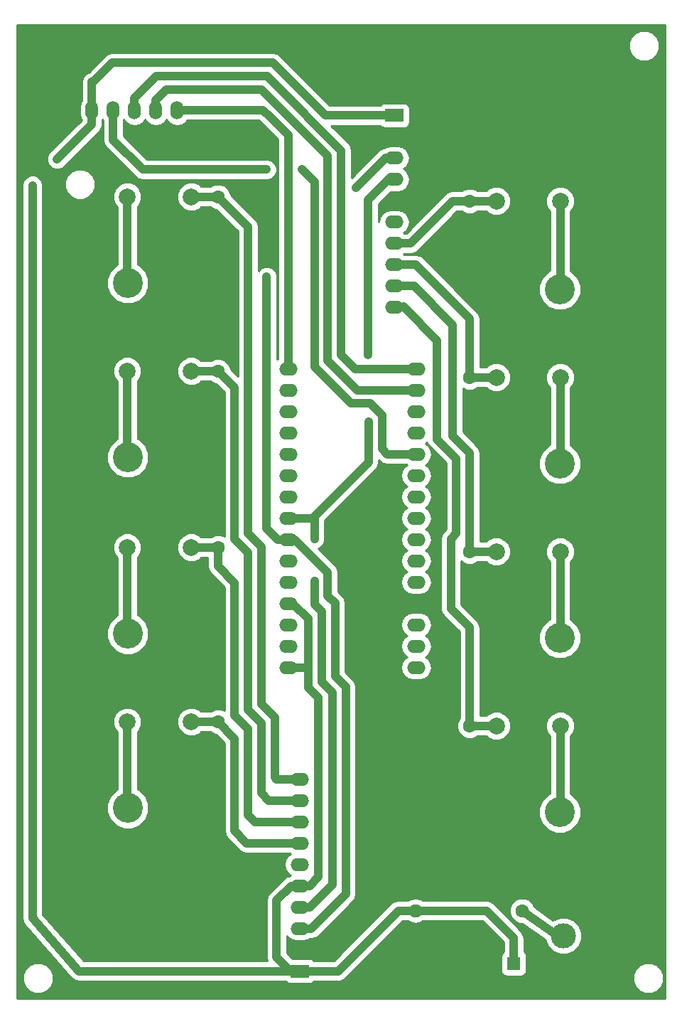
<source format=gbr>
G04 #@! TF.FileFunction,Copper,L2,Bot,Signal*
%FSLAX46Y46*%
G04 Gerber Fmt 4.6, Leading zero omitted, Abs format (unit mm)*
G04 Created by KiCad (PCBNEW 4.0.7-e2-6376~58~ubuntu14.04.1) date Wed Mar  7 22:38:55 2018*
%MOMM*%
%LPD*%
G01*
G04 APERTURE LIST*
%ADD10C,0.100000*%
%ADD11R,2.199640X1.524000*%
%ADD12O,2.199640X1.524000*%
%ADD13R,1.600000X1.600000*%
%ADD14C,1.600000*%
%ADD15C,3.810000*%
%ADD16C,3.556000*%
%ADD17O,1.600000X1.600000*%
%ADD18C,1.998980*%
%ADD19O,2.197100X1.524000*%
%ADD20R,3.000000X3.000000*%
%ADD21C,3.000000*%
%ADD22O,1.524000X2.197100*%
%ADD23R,1.524000X2.197100*%
%ADD24C,1.000000*%
%ADD25C,1.000000*%
%ADD26C,0.254000*%
G04 APERTURE END LIST*
D10*
D11*
X45711417Y105937883D03*
D12*
X45711417Y103397883D03*
X45711417Y100857883D03*
X45711417Y98317883D03*
X45711417Y95777883D03*
X45711417Y93237883D03*
X45711417Y90697883D03*
X45711417Y88157883D03*
X45711417Y85617883D03*
X45711417Y83077883D03*
D13*
X59961418Y5007883D03*
D14*
X57461418Y5007883D03*
X54711418Y95757882D03*
X54711418Y90757882D03*
X54711418Y54007882D03*
X54711418Y49007882D03*
X54711418Y33257882D03*
X54711418Y28257882D03*
X54711417Y74757882D03*
X54711417Y69757882D03*
X24711418Y33757883D03*
X24711418Y28757883D03*
X24711416Y54507882D03*
X24711416Y49507882D03*
X24711418Y75507882D03*
X24711418Y70507882D03*
X24711417Y96257883D03*
X24711417Y91257883D03*
D15*
X71811418Y91607882D03*
D16*
X65461418Y85257882D03*
D15*
X71811418Y78907882D03*
X59111418Y91607882D03*
X59111418Y78907882D03*
X71811418Y50107883D03*
D16*
X65461418Y43757883D03*
D15*
X71811418Y37407883D03*
X59111418Y50107883D03*
X59111418Y37407883D03*
X71811418Y29357882D03*
D16*
X65461418Y23007882D03*
D15*
X71811418Y16657882D03*
X59111418Y29357882D03*
X59111418Y16657882D03*
X71811418Y70857882D03*
D16*
X65461418Y64507882D03*
D15*
X71811418Y58157882D03*
X59111418Y70857882D03*
X59111418Y58157882D03*
X20311417Y29857882D03*
D16*
X13961417Y23507882D03*
D15*
X20311417Y17157882D03*
X7611417Y29857882D03*
X7611417Y17157882D03*
X20311418Y50607882D03*
D16*
X13961418Y44257882D03*
D15*
X20311418Y37907882D03*
X7611418Y50607882D03*
X7611418Y37907882D03*
X20311417Y71607881D03*
D16*
X13961417Y65257881D03*
D15*
X20311417Y58907881D03*
X7611417Y71607881D03*
X7611417Y58907881D03*
X20311418Y92357882D03*
D16*
X13961418Y86007882D03*
D15*
X20311418Y79657882D03*
X7611418Y92357882D03*
X7611418Y79657882D03*
D14*
X60961418Y11257882D03*
D17*
X48261418Y11257882D03*
D18*
X57901417Y95757883D03*
X65521417Y95757883D03*
X57901418Y54007883D03*
X65521418Y54007883D03*
X57901416Y33257882D03*
X65521416Y33257882D03*
X57901418Y74757883D03*
X65521418Y74757883D03*
X21521418Y33757882D03*
X13901418Y33757882D03*
X21521418Y54507882D03*
X13901418Y54507882D03*
X21521417Y75507881D03*
X13901417Y75507881D03*
X21521418Y96257882D03*
X13901418Y96257882D03*
D11*
X34461418Y4077882D03*
D12*
X34461418Y6617882D03*
X34461418Y9157882D03*
X34461418Y11697882D03*
X34461418Y14237882D03*
X34461418Y16777882D03*
X34461418Y19317882D03*
X34461418Y21857882D03*
X34461418Y24397882D03*
X34461418Y26937882D03*
X48331418Y40227883D03*
X48331418Y42767883D03*
X48331418Y45307883D03*
X48331418Y47847883D03*
X48331418Y50387883D03*
X48331418Y52927883D03*
X48331418Y55467883D03*
X48331418Y58007883D03*
X48331418Y60547883D03*
X48331418Y63087883D03*
X48331418Y65627883D03*
X48331418Y68167883D03*
X48331418Y70707883D03*
X48331418Y73247883D03*
X48331418Y75787883D03*
X33091418Y75787883D03*
X33091418Y73247883D03*
X33091418Y70707883D03*
X33091418Y68167883D03*
D19*
X33091418Y65627883D03*
X33091418Y63087883D03*
X33091418Y60547883D03*
X33091418Y58007883D03*
X33091418Y55467883D03*
X33091418Y52927883D03*
X33091418Y50387883D03*
X33091418Y47847883D03*
X33091418Y45307883D03*
X33091418Y42767883D03*
X33091418Y40227883D03*
D20*
X70961417Y8257882D03*
D21*
X65881417Y8257882D03*
D22*
X14770000Y106576200D03*
X12230000Y106576200D03*
X19850000Y106576200D03*
X17310000Y106576200D03*
D23*
X7150000Y106576200D03*
D22*
X9690000Y106576200D03*
D24*
X5550000Y100750000D03*
X2611418Y97607883D03*
X42650000Y69450000D03*
X42625000Y77475000D03*
X36211417Y55507882D03*
X36211417Y50507881D03*
X30525000Y86725000D03*
X41150000Y97325000D03*
X34691420Y99500000D03*
X30500000Y99500000D03*
D25*
X42500000Y105937883D02*
X37512605Y105937883D01*
X31250484Y112200004D02*
X29750000Y112200004D01*
X37512605Y105937883D02*
X31250484Y112200004D01*
X45711417Y105937883D02*
X42500000Y105937883D01*
X42500000Y105937883D02*
X42012121Y105937883D01*
X42012121Y105937883D02*
X41962117Y105937883D01*
X9690000Y109750000D02*
X12140004Y112200004D01*
X12140004Y112200004D02*
X29750000Y112200004D01*
X45649300Y106000000D02*
X45711417Y105937883D01*
X9690000Y106576200D02*
X9690000Y104890000D01*
X2611418Y97607883D02*
X2611418Y10357882D01*
X2611418Y10357882D02*
X8141418Y4077882D01*
X8141418Y4077882D02*
X34461417Y4077882D01*
X9690000Y104890000D02*
X5550000Y100750000D01*
X9690000Y106576200D02*
X9690000Y109750000D01*
X9690000Y109750000D02*
X9690000Y109940000D01*
X48261417Y11257883D02*
X46211418Y11257882D01*
X46211418Y11257882D02*
X39031417Y4077882D01*
X39031417Y4077882D02*
X34461417Y4077882D01*
X59961418Y5007883D02*
X59961418Y8007882D01*
X56711418Y11257882D02*
X48261417Y11257883D01*
X59961418Y8007882D02*
X56711418Y11257882D01*
X33091418Y47847882D02*
X33621418Y47847883D01*
X33621418Y47847883D02*
X35461418Y46007883D01*
X35461418Y46007883D02*
X35461417Y41507882D01*
X35461417Y41507882D02*
X35461418Y40227882D01*
X33091418Y40227882D02*
X35461418Y40227882D01*
X35461418Y40227882D02*
X35461418Y37857882D01*
X35461418Y37857882D02*
X36711418Y36607882D01*
X34461417Y14237882D02*
X33441417Y14237882D01*
X33441417Y14237882D02*
X31711418Y12507882D01*
X31711417Y5757881D02*
X33391418Y4077882D01*
X31711418Y12507882D02*
X31711417Y5757881D01*
X33391418Y4077882D02*
X34461417Y4077882D01*
X35691418Y14237882D02*
X34461417Y14237882D01*
X36711418Y36607882D02*
X36711418Y15257883D01*
X36711418Y15257883D02*
X35691418Y14237882D01*
X45711416Y90697882D02*
X47651417Y90697881D01*
X54711418Y95757882D02*
X57901418Y95757882D01*
X47651417Y90697881D02*
X52711418Y95757882D01*
X52711418Y95757882D02*
X54711418Y95757882D01*
X52711418Y81007882D02*
X52711418Y67757882D01*
X48101418Y85617882D02*
X45711418Y85617882D01*
X52711418Y81007882D02*
X48101418Y85617882D01*
X54711417Y65757882D02*
X54711418Y54007882D01*
X52711418Y67757882D02*
X54711417Y65757882D01*
X54711418Y54007882D02*
X57901418Y54007882D01*
X46961289Y83007882D02*
X50798197Y79167891D01*
X50798197Y67408359D02*
X53111415Y65095140D01*
X53111415Y65095140D02*
X53111416Y56157880D01*
X53111416Y56157880D02*
X52461418Y55507882D01*
X52461418Y55507882D02*
X52461418Y47257882D01*
X52461418Y47257882D02*
X54711418Y45007882D01*
X54711418Y45007882D02*
X54711418Y33257882D01*
X50798197Y79167891D02*
X50798197Y67408359D01*
X57901417Y33257881D02*
X54711418Y33257882D01*
X46961289Y83007882D02*
X46891289Y83077882D01*
X46891289Y83077882D02*
X45711418Y83077882D01*
X46801418Y83167882D02*
X46961289Y83007882D01*
X45711418Y88157882D02*
X48311418Y88157883D01*
X48311418Y88157883D02*
X54711418Y81757883D01*
X54711418Y81757883D02*
X54711417Y74757882D01*
X54711417Y74757882D02*
X57901418Y74757883D01*
X24711418Y33757883D02*
X26711418Y31757883D01*
X28151418Y19317882D02*
X34461417Y19317883D01*
X26711418Y20757882D02*
X28151418Y19317882D01*
X26711418Y31757883D02*
X26711418Y20757882D01*
X21521418Y33757882D02*
X24711418Y33757883D01*
X29111418Y21857883D02*
X28311420Y22657881D01*
X34461418Y21857882D02*
X29111418Y21857883D01*
X24711418Y52257882D02*
X24711416Y54507882D01*
X26711418Y50257882D02*
X24711418Y52257882D01*
X26711417Y34507883D02*
X26711418Y50257882D01*
X28311420Y32907880D02*
X26711417Y34507883D01*
X28311420Y22657881D02*
X28311420Y32907880D01*
X24711416Y54507882D02*
X21521419Y54507882D01*
X29911422Y25257882D02*
X29911422Y33570622D01*
X26711418Y73507883D02*
X24711418Y75507882D01*
X26711418Y55507883D02*
X26711418Y73507883D01*
X28311420Y53907881D02*
X26711418Y55507883D01*
X28311420Y35170624D02*
X28311420Y53907881D01*
X29911422Y33570622D02*
X28311420Y35170624D01*
X34461417Y24397882D02*
X30771421Y24397882D01*
X30771421Y24397882D02*
X29911422Y25257882D01*
X21521418Y75507882D02*
X24711418Y75507882D01*
X31711418Y26937882D02*
X31511424Y27137878D01*
X28311420Y92657880D02*
X26211417Y94757882D01*
X28311420Y56170624D02*
X28311420Y92657880D01*
X29911421Y54570623D02*
X28311420Y56170624D01*
X29911422Y35833367D02*
X29911421Y54570623D01*
X31511424Y34233365D02*
X29911422Y35833367D01*
X31511424Y27137878D02*
X31511424Y34233365D01*
X24711417Y96257883D02*
X26211417Y94757882D01*
X31711418Y26937882D02*
X34461417Y26937882D01*
X24711417Y96257883D02*
X21521418Y96257883D01*
X36211417Y58007883D02*
X36211417Y58211417D01*
X42650000Y65946464D02*
X42650000Y69450000D01*
X42625000Y77475000D02*
X42625000Y95875000D01*
X42625000Y95875000D02*
X45067883Y98317883D01*
X42650000Y64650000D02*
X42650000Y65946464D01*
X36211417Y58211417D02*
X42650000Y64650000D01*
X36211417Y58007883D02*
X34711419Y58007883D01*
X34711419Y58007883D02*
X33091418Y58007883D01*
X36211417Y58007883D02*
X36211417Y55507882D01*
X36211418Y47757883D02*
X36211417Y50507881D01*
X38336418Y14382881D02*
X38336418Y29232884D01*
X37061420Y46907881D02*
X36211418Y47757883D01*
X37061420Y38520624D02*
X37061420Y46907881D01*
X38336417Y37245627D02*
X37061420Y38520624D01*
X38336418Y29232884D02*
X38336417Y37245627D01*
X35651418Y11697882D02*
X38336418Y14382881D01*
X35651418Y11697882D02*
X34461418Y11697882D01*
X45067883Y98317883D02*
X45711417Y98317883D01*
X45711417Y100857883D02*
X44682883Y100857883D01*
X44682883Y100857883D02*
X41150000Y97325000D01*
X30525000Y56821465D02*
X31878582Y55467883D01*
X30525000Y86725000D02*
X30525000Y56821465D01*
X31878582Y55467883D02*
X33091418Y55467883D01*
X33091418Y55467883D02*
X33851420Y55467882D01*
X33851420Y55467882D02*
X37811420Y51507882D01*
X39961416Y16982884D02*
X39961418Y37883371D01*
X39961418Y37883371D02*
X38661422Y39183367D01*
X38661422Y39183367D02*
X38661422Y47907881D01*
X38661422Y47907881D02*
X37811421Y48757882D01*
X37811421Y48757882D02*
X37811420Y51507882D01*
X39961417Y13257882D02*
X39961416Y16982884D01*
X34461418Y9157882D02*
X35861417Y9157882D01*
X35861417Y9157882D02*
X39961417Y13257882D01*
X60961418Y11257882D02*
X65211417Y8257882D01*
X65211417Y8257882D02*
X65881417Y8257883D01*
X65521417Y95757883D02*
X65521418Y86567881D01*
X65521418Y86567881D02*
X65461419Y86507882D01*
X65521418Y54007883D02*
X65521419Y43817882D01*
X65521419Y43817882D02*
X65461418Y43757883D01*
X65521418Y33257882D02*
X65521419Y23067882D01*
X65521419Y23067882D02*
X65461418Y23007882D01*
X65521418Y74757882D02*
X65521418Y64317883D01*
X65521418Y64317883D02*
X65461418Y64257883D01*
X13901418Y33757882D02*
X13901418Y23567882D01*
X13901418Y23567882D02*
X13961417Y23507882D01*
X13901418Y54507882D02*
X13901418Y44317882D01*
X13901418Y44317882D02*
X13961418Y44257882D01*
X13901417Y75507882D02*
X13901418Y65317882D01*
X13901418Y65317882D02*
X13961417Y65257881D01*
X13901418Y96257882D02*
X13901418Y86067882D01*
X13901418Y86067882D02*
X13961418Y86007882D01*
X44250002Y67499998D02*
X44250002Y66249998D01*
X44250002Y70249998D02*
X44250002Y67499998D01*
X40588536Y71647881D02*
X42852119Y71647881D01*
X34691420Y99500000D02*
X36211417Y97980003D01*
X36211417Y97588583D02*
X36211417Y97980003D01*
X36211417Y76025000D02*
X40588536Y71647881D01*
X36211417Y97588583D02*
X36211417Y76025000D01*
X42852119Y71647881D02*
X44250002Y70249998D01*
X44872117Y65627883D02*
X46122117Y65627883D01*
X44250002Y66249998D02*
X44872117Y65627883D01*
X48331418Y65627883D02*
X46122117Y65627883D01*
X12230000Y106576200D02*
X12230000Y103020000D01*
X19000000Y99500000D02*
X30500000Y99500000D01*
X15750000Y99500000D02*
X19000000Y99500000D01*
X12230000Y103020000D02*
X15750000Y99500000D01*
X17310000Y107750000D02*
X18560000Y109000000D01*
X18560000Y109000000D02*
X29925000Y109000000D01*
X17310000Y106576200D02*
X17310000Y107750000D01*
X29925000Y109000000D02*
X36575000Y102350000D01*
X48331418Y73247883D02*
X41327117Y73247883D01*
X37811419Y101113581D02*
X37811419Y76763581D01*
X41327117Y73247883D02*
X37811419Y76763581D01*
X37811419Y101113581D02*
X36575000Y102350000D01*
X36575000Y102350000D02*
X37811419Y101113581D01*
X14770000Y108000000D02*
X17370002Y110600002D01*
X30587742Y110600002D02*
X31218872Y109968872D01*
X17370002Y110600002D02*
X30587742Y110600002D01*
X14770000Y108020000D02*
X14770000Y108000000D01*
X14770000Y108000000D02*
X14770000Y106576200D01*
X39411421Y101776323D02*
X39411421Y77426323D01*
X39411421Y77426323D02*
X41049861Y75787883D01*
X41049861Y75787883D02*
X48331418Y75787883D01*
X31218872Y109968872D02*
X39411421Y101776323D01*
X19850000Y106576200D02*
X30086056Y106576200D01*
X30086056Y106576200D02*
X30956128Y105706128D01*
X33091418Y103570838D02*
X33091418Y75787883D01*
X30956128Y105706128D02*
X33091418Y103570838D01*
D26*
G36*
X77948000Y802000D02*
X802000Y802000D01*
X802000Y2888182D01*
X1422684Y2888182D01*
X1700242Y2216440D01*
X2213736Y1702048D01*
X2884993Y1423318D01*
X3611818Y1422684D01*
X4283560Y1700242D01*
X4797952Y2213736D01*
X5076682Y2884993D01*
X5077316Y3611818D01*
X4799758Y4283560D01*
X4286264Y4797952D01*
X3615007Y5076682D01*
X2888182Y5077316D01*
X2216440Y4799758D01*
X1702048Y4286264D01*
X1423318Y3615007D01*
X1422684Y2888182D01*
X802000Y2888182D01*
X802000Y97364888D01*
X1384206Y97364888D01*
X1384418Y97364375D01*
X1384418Y10357882D01*
X1423670Y10160549D01*
X1450337Y9961119D01*
X1470125Y9927006D01*
X1477818Y9888329D01*
X1589597Y9721040D01*
X1690554Y9546994D01*
X7220555Y3266994D01*
X7251889Y3243052D01*
X7273798Y3210262D01*
X7441097Y3098477D01*
X7600965Y2976320D01*
X7639076Y2966191D01*
X7671865Y2944282D01*
X7869197Y2905030D01*
X8063654Y2853348D01*
X8102743Y2858575D01*
X8141418Y2850882D01*
X32796908Y2850882D01*
X32830270Y2799036D01*
X33073213Y2633039D01*
X33361598Y2574640D01*
X35561238Y2574640D01*
X35830648Y2625333D01*
X36078084Y2784554D01*
X36123404Y2850882D01*
X39031417Y2850882D01*
X39218936Y2888182D01*
X74172684Y2888182D01*
X74450242Y2216440D01*
X74963736Y1702048D01*
X75634993Y1423318D01*
X76361818Y1422684D01*
X77033560Y1700242D01*
X77547952Y2213736D01*
X77826682Y2884993D01*
X77827316Y3611818D01*
X77549758Y4283560D01*
X77036264Y4797952D01*
X76365007Y5076682D01*
X75638182Y5077316D01*
X74966440Y4799758D01*
X74452048Y4286264D01*
X74173318Y3615007D01*
X74172684Y2888182D01*
X39218936Y2888182D01*
X39500970Y2944282D01*
X39899037Y3210262D01*
X46719658Y10030882D01*
X47372121Y10030883D01*
X47647144Y9847118D01*
X48231502Y9730882D01*
X48291334Y9730882D01*
X48875692Y9847118D01*
X49150715Y10030883D01*
X56203178Y10030882D01*
X58734418Y7499642D01*
X58734418Y6397025D01*
X58644572Y6339211D01*
X58478575Y6096268D01*
X58420176Y5807883D01*
X58420176Y4207883D01*
X58470869Y3938473D01*
X58630090Y3691037D01*
X58873033Y3525040D01*
X59161418Y3466641D01*
X60761418Y3466641D01*
X61030828Y3517334D01*
X61278264Y3676555D01*
X61444261Y3919498D01*
X61502660Y4207883D01*
X61502660Y5807883D01*
X61451967Y6077293D01*
X61292746Y6324729D01*
X61188418Y6396014D01*
X61188418Y8007882D01*
X61095018Y8477435D01*
X60829038Y8875502D01*
X58749065Y10955475D01*
X59434153Y10955475D01*
X59666135Y10394036D01*
X60095312Y9964109D01*
X60656346Y9731147D01*
X60997030Y9730850D01*
X63654065Y7855295D01*
X63654031Y7816848D01*
X63992357Y6998036D01*
X64618275Y6371024D01*
X65436496Y6031269D01*
X66322451Y6030496D01*
X67141263Y6368822D01*
X67768275Y6994740D01*
X68108030Y7812961D01*
X68108803Y8698916D01*
X67770477Y9517728D01*
X67144559Y10144740D01*
X66326338Y10484495D01*
X65440383Y10485268D01*
X64647661Y10157722D01*
X62417857Y11731702D01*
X62256701Y12121728D01*
X61827524Y12551655D01*
X61266490Y12784617D01*
X60659011Y12785147D01*
X60097572Y12553165D01*
X59667645Y12123988D01*
X59434683Y11562954D01*
X59434153Y10955475D01*
X58749065Y10955475D01*
X57579038Y12125502D01*
X57377297Y12260301D01*
X57180971Y12391482D01*
X56711418Y12484882D01*
X49150713Y12484883D01*
X48875692Y12668646D01*
X48291334Y12784882D01*
X48231502Y12784882D01*
X47647144Y12668646D01*
X47372123Y12484883D01*
X46211417Y12484882D01*
X45741864Y12391482D01*
X45343799Y12125503D01*
X45343798Y12125502D01*
X38523177Y5304882D01*
X36125928Y5304882D01*
X36092566Y5356728D01*
X35849623Y5522725D01*
X35561238Y5581124D01*
X33623416Y5581124D01*
X32938417Y6266122D01*
X32938417Y8249435D01*
X33034926Y8105000D01*
X33517992Y7782225D01*
X34087808Y7668882D01*
X34835028Y7668882D01*
X35404844Y7782225D01*
X35627324Y7930882D01*
X35861417Y7930882D01*
X36330970Y8024282D01*
X36729037Y8290262D01*
X40829037Y12390262D01*
X41095018Y12788330D01*
X41188417Y13257882D01*
X41188416Y16982884D01*
X41188416Y22511793D01*
X62955984Y22511793D01*
X63336544Y21590767D01*
X64040597Y20885485D01*
X64960957Y20503318D01*
X65957507Y20502448D01*
X66878533Y20883008D01*
X67583815Y21587061D01*
X67965982Y22507421D01*
X67966852Y23503971D01*
X67586292Y24424997D01*
X66882239Y25130279D01*
X66748419Y25185846D01*
X66748418Y32043247D01*
X66984210Y32278627D01*
X67247606Y32912955D01*
X67248205Y33599795D01*
X66985916Y34234582D01*
X66500671Y34720676D01*
X65866343Y34984072D01*
X65179503Y34984671D01*
X64544716Y34722382D01*
X64058622Y34237137D01*
X63795226Y33602809D01*
X63794627Y32915969D01*
X64056916Y32281182D01*
X64294418Y32043264D01*
X64294419Y25236102D01*
X64044303Y25132756D01*
X63339021Y24428703D01*
X62956854Y23508343D01*
X62955984Y22511793D01*
X41188416Y22511793D01*
X41188418Y37883371D01*
X41095018Y38352924D01*
X40829038Y38750991D01*
X39888422Y39691607D01*
X39888422Y45307883D01*
X46468808Y45307883D01*
X46582151Y44738067D01*
X46904926Y44255001D01*
X47229865Y44037883D01*
X46904926Y43820765D01*
X46582151Y43337699D01*
X46468808Y42767883D01*
X46582151Y42198067D01*
X46904926Y41715001D01*
X47229865Y41497883D01*
X46904926Y41280765D01*
X46582151Y40797699D01*
X46468808Y40227883D01*
X46582151Y39658067D01*
X46904926Y39175001D01*
X47387992Y38852226D01*
X47957808Y38738883D01*
X48705028Y38738883D01*
X49274844Y38852226D01*
X49757910Y39175001D01*
X50080685Y39658067D01*
X50194028Y40227883D01*
X50080685Y40797699D01*
X49757910Y41280765D01*
X49432971Y41497883D01*
X49757910Y41715001D01*
X50080685Y42198067D01*
X50194028Y42767883D01*
X50080685Y43337699D01*
X49757910Y43820765D01*
X49432971Y44037883D01*
X49757910Y44255001D01*
X50080685Y44738067D01*
X50194028Y45307883D01*
X50080685Y45877699D01*
X49757910Y46360765D01*
X49274844Y46683540D01*
X48705028Y46796883D01*
X47957808Y46796883D01*
X47387992Y46683540D01*
X46904926Y46360765D01*
X46582151Y45877699D01*
X46468808Y45307883D01*
X39888422Y45307883D01*
X39888422Y47907881D01*
X39795022Y48377434D01*
X39529042Y48775501D01*
X39038421Y49266122D01*
X39038420Y51507882D01*
X39029599Y51552226D01*
X38945021Y51977434D01*
X38679040Y52375502D01*
X36680468Y54374074D01*
X36905548Y54467076D01*
X37251010Y54811935D01*
X37438203Y55262746D01*
X37438629Y55750877D01*
X37438417Y55751390D01*
X37438417Y57703177D01*
X43517620Y63782380D01*
X43637331Y63961540D01*
X43783600Y64180447D01*
X43877000Y64650000D01*
X43877000Y64887760D01*
X44004497Y64760263D01*
X44402564Y64494283D01*
X44872117Y64400883D01*
X47165512Y64400883D01*
X47229865Y64357883D01*
X46904926Y64140765D01*
X46582151Y63657699D01*
X46468808Y63087883D01*
X46582151Y62518067D01*
X46904926Y62035001D01*
X47229865Y61817883D01*
X46904926Y61600765D01*
X46582151Y61117699D01*
X46468808Y60547883D01*
X46582151Y59978067D01*
X46904926Y59495001D01*
X47229865Y59277883D01*
X46904926Y59060765D01*
X46582151Y58577699D01*
X46468808Y58007883D01*
X46582151Y57438067D01*
X46904926Y56955001D01*
X47229865Y56737883D01*
X46904926Y56520765D01*
X46582151Y56037699D01*
X46468808Y55467883D01*
X46582151Y54898067D01*
X46904926Y54415001D01*
X47229865Y54197883D01*
X46904926Y53980765D01*
X46582151Y53497699D01*
X46468808Y52927883D01*
X46582151Y52358067D01*
X46904926Y51875001D01*
X47229865Y51657883D01*
X46904926Y51440765D01*
X46582151Y50957699D01*
X46468808Y50387883D01*
X46582151Y49818067D01*
X46904926Y49335001D01*
X47387992Y49012226D01*
X47957808Y48898883D01*
X48705028Y48898883D01*
X49274844Y49012226D01*
X49757910Y49335001D01*
X50080685Y49818067D01*
X50194028Y50387883D01*
X50080685Y50957699D01*
X49757910Y51440765D01*
X49432971Y51657883D01*
X49757910Y51875001D01*
X50080685Y52358067D01*
X50194028Y52927883D01*
X50080685Y53497699D01*
X49757910Y53980765D01*
X49432971Y54197883D01*
X49757910Y54415001D01*
X50080685Y54898067D01*
X50194028Y55467883D01*
X50080685Y56037699D01*
X49757910Y56520765D01*
X49432971Y56737883D01*
X49757910Y56955001D01*
X50080685Y57438067D01*
X50194028Y58007883D01*
X50080685Y58577699D01*
X49757910Y59060765D01*
X49432971Y59277883D01*
X49757910Y59495001D01*
X50080685Y59978067D01*
X50194028Y60547883D01*
X50080685Y61117699D01*
X49757910Y61600765D01*
X49432971Y61817883D01*
X49757910Y62035001D01*
X50080685Y62518067D01*
X50194028Y63087883D01*
X50080685Y63657699D01*
X49757910Y64140765D01*
X49432971Y64357883D01*
X49757910Y64575001D01*
X50080685Y65058067D01*
X50194028Y65627883D01*
X50080685Y66197699D01*
X49757910Y66680765D01*
X49432971Y66897883D01*
X49644608Y67039295D01*
X49664597Y66938806D01*
X49869093Y66632756D01*
X49930577Y66540739D01*
X51884415Y64586900D01*
X51884416Y56666120D01*
X51593798Y56375502D01*
X51327818Y55977435D01*
X51234418Y55507882D01*
X51234418Y47257882D01*
X51327818Y46788329D01*
X51561681Y46438329D01*
X51593798Y46390262D01*
X53484418Y44499642D01*
X53484418Y34190645D01*
X53417645Y34123988D01*
X53184683Y33562954D01*
X53184153Y32955475D01*
X53416135Y32394036D01*
X53845312Y31964109D01*
X54406346Y31731147D01*
X55013825Y31730617D01*
X55575264Y31962599D01*
X55643666Y32030882D01*
X56686779Y32030881D01*
X56922161Y31795088D01*
X57556489Y31531692D01*
X58243329Y31531093D01*
X58878116Y31793382D01*
X59364210Y32278627D01*
X59627606Y32912955D01*
X59628205Y33599795D01*
X59365916Y34234582D01*
X58880671Y34720676D01*
X58246343Y34984072D01*
X57559503Y34984671D01*
X56924716Y34722382D01*
X56686800Y34484881D01*
X55938418Y34484882D01*
X55938418Y43261794D01*
X62955984Y43261794D01*
X63336544Y42340768D01*
X64040597Y41635486D01*
X64960957Y41253319D01*
X65957507Y41252449D01*
X66878533Y41633009D01*
X67583815Y42337062D01*
X67965982Y43257422D01*
X67966852Y44253972D01*
X67586292Y45174998D01*
X66882239Y45880280D01*
X66748419Y45935847D01*
X66748418Y52793246D01*
X66984212Y53028628D01*
X67247608Y53662956D01*
X67248207Y54349796D01*
X66985918Y54984583D01*
X66500673Y55470677D01*
X65866345Y55734073D01*
X65179505Y55734672D01*
X64544718Y55472383D01*
X64058624Y54987138D01*
X63795228Y54352810D01*
X63794629Y53665970D01*
X64056918Y53031183D01*
X64294418Y52793267D01*
X64294419Y45986103D01*
X64044303Y45882757D01*
X63339021Y45178704D01*
X62956854Y44258344D01*
X62955984Y43261794D01*
X55938418Y43261794D01*
X55938418Y45007882D01*
X55905177Y45174998D01*
X55845019Y45477434D01*
X55579038Y45875502D01*
X53688418Y47766122D01*
X53688418Y52871277D01*
X53845312Y52714109D01*
X54406346Y52481147D01*
X55013825Y52480617D01*
X55575264Y52712599D01*
X55643666Y52780882D01*
X56686782Y52780882D01*
X56922163Y52545089D01*
X57556491Y52281693D01*
X58243331Y52281094D01*
X58878118Y52543383D01*
X59364212Y53028628D01*
X59627608Y53662956D01*
X59628207Y54349796D01*
X59365918Y54984583D01*
X58880673Y55470677D01*
X58246345Y55734073D01*
X57559505Y55734672D01*
X56924718Y55472383D01*
X56686801Y55234882D01*
X55938418Y55234882D01*
X55938418Y64011793D01*
X62955984Y64011793D01*
X63336544Y63090767D01*
X64040597Y62385485D01*
X64960957Y62003318D01*
X65957507Y62002448D01*
X66878533Y62383008D01*
X67583815Y63087061D01*
X67965982Y64007421D01*
X67966852Y65003971D01*
X67586292Y65924997D01*
X66882239Y66630279D01*
X66748418Y66685846D01*
X66748418Y73543246D01*
X66984212Y73778628D01*
X67247608Y74412956D01*
X67248207Y75099796D01*
X66985918Y75734583D01*
X66500673Y76220677D01*
X65866345Y76484073D01*
X65179505Y76484672D01*
X64544718Y76222383D01*
X64058624Y75737138D01*
X63795228Y75102810D01*
X63794629Y74415970D01*
X64056918Y73781183D01*
X64294418Y73543267D01*
X64294418Y66736101D01*
X64044303Y66632756D01*
X63339021Y65928703D01*
X62956854Y65008343D01*
X62955984Y64011793D01*
X55938418Y64011793D01*
X55938417Y65757882D01*
X55845017Y66227435D01*
X55579037Y66625502D01*
X53938418Y68266122D01*
X53938418Y73425448D01*
X54406345Y73231147D01*
X55013824Y73230617D01*
X55575263Y73462599D01*
X55643666Y73530882D01*
X56686781Y73530883D01*
X56922163Y73295089D01*
X57556491Y73031693D01*
X58243331Y73031094D01*
X58878118Y73293383D01*
X59364212Y73778628D01*
X59627608Y74412956D01*
X59628207Y75099796D01*
X59365918Y75734583D01*
X58880673Y76220677D01*
X58246345Y76484073D01*
X57559505Y76484672D01*
X56924718Y76222383D01*
X56686802Y75984883D01*
X55938417Y75984882D01*
X55938418Y81757883D01*
X55845018Y82227436D01*
X55579038Y82625503D01*
X53442748Y84761793D01*
X62955984Y84761793D01*
X63336544Y83840767D01*
X64040597Y83135485D01*
X64960957Y82753318D01*
X65957507Y82752448D01*
X66878533Y83133008D01*
X67583815Y83837061D01*
X67965982Y84757421D01*
X67966852Y85753971D01*
X67586292Y86674997D01*
X66882239Y87380279D01*
X66748418Y87435846D01*
X66748417Y94543246D01*
X66984211Y94778628D01*
X67247607Y95412956D01*
X67248206Y96099796D01*
X66985917Y96734583D01*
X66500672Y97220677D01*
X65866344Y97484073D01*
X65179504Y97484672D01*
X64544717Y97222383D01*
X64058623Y96737138D01*
X63795227Y96102810D01*
X63794628Y95415970D01*
X64056917Y94781183D01*
X64294417Y94543267D01*
X64294418Y87486101D01*
X64044303Y87382756D01*
X63339021Y86678703D01*
X62956854Y85758343D01*
X62955984Y84761793D01*
X53442748Y84761793D01*
X49179038Y89025503D01*
X48780971Y89291483D01*
X48311418Y89384883D01*
X46877324Y89384882D01*
X46812970Y89427883D01*
X46877321Y89470881D01*
X47651417Y89470881D01*
X48120969Y89564281D01*
X48519037Y89830261D01*
X53219658Y94530882D01*
X53778655Y94530882D01*
X53845312Y94464109D01*
X54406346Y94231147D01*
X55013825Y94230617D01*
X55575264Y94462599D01*
X55643666Y94530882D01*
X56686781Y94530882D01*
X56922162Y94295089D01*
X57556490Y94031693D01*
X58243330Y94031094D01*
X58878117Y94293383D01*
X59364211Y94778628D01*
X59627607Y95412956D01*
X59628206Y96099796D01*
X59365917Y96734583D01*
X58880672Y97220677D01*
X58246344Y97484073D01*
X57559504Y97484672D01*
X56924717Y97222383D01*
X56686800Y96984882D01*
X55644181Y96984882D01*
X55577524Y97051655D01*
X55016490Y97284617D01*
X54409011Y97285147D01*
X53847572Y97053165D01*
X53779170Y96984882D01*
X52711418Y96984882D01*
X52241865Y96891482D01*
X51851830Y96630869D01*
X51843798Y96625502D01*
X47143177Y91924881D01*
X46877326Y91924881D01*
X46812970Y91967883D01*
X47137909Y92185001D01*
X47460684Y92668067D01*
X47574027Y93237883D01*
X47460684Y93807699D01*
X47137909Y94290765D01*
X46654843Y94613540D01*
X46085027Y94726883D01*
X45337807Y94726883D01*
X44767991Y94613540D01*
X44284925Y94290765D01*
X43962150Y93807699D01*
X43852000Y93253935D01*
X43852000Y95366760D01*
X45318052Y96832812D01*
X45337807Y96828883D01*
X46085027Y96828883D01*
X46654843Y96942226D01*
X47137909Y97265001D01*
X47460684Y97748067D01*
X47574027Y98317883D01*
X47460684Y98887699D01*
X47137909Y99370765D01*
X46812970Y99587883D01*
X47137909Y99805001D01*
X47460684Y100288067D01*
X47574027Y100857883D01*
X47460684Y101427699D01*
X47137909Y101910765D01*
X46654843Y102233540D01*
X46085027Y102346883D01*
X45337807Y102346883D01*
X44767991Y102233540D01*
X44487281Y102045975D01*
X44213330Y101991483D01*
X43815263Y101725503D01*
X40638421Y98548661D01*
X40638421Y101776323D01*
X40545021Y102245876D01*
X40279041Y102643943D01*
X38212101Y104710883D01*
X44046907Y104710883D01*
X44080269Y104659037D01*
X44323212Y104493040D01*
X44611597Y104434641D01*
X46811237Y104434641D01*
X47080647Y104485334D01*
X47328083Y104644555D01*
X47494080Y104887498D01*
X47552479Y105175883D01*
X47552479Y106699883D01*
X47501786Y106969293D01*
X47342565Y107216729D01*
X47099622Y107382726D01*
X46811237Y107441125D01*
X44611597Y107441125D01*
X44342187Y107390432D01*
X44094751Y107231211D01*
X44049431Y107164883D01*
X38020845Y107164883D01*
X32118104Y113067624D01*
X31720037Y113333604D01*
X31250484Y113427004D01*
X12140004Y113427004D01*
X11670451Y113333604D01*
X11272384Y113067624D01*
X9292740Y111087980D01*
X9220447Y111073600D01*
X8822380Y110807620D01*
X8556400Y110409553D01*
X8463000Y109940000D01*
X8463000Y107740811D01*
X8314343Y107518331D01*
X8201000Y106948515D01*
X8201000Y106203885D01*
X8314343Y105634069D01*
X8463000Y105411589D01*
X8463000Y105398240D01*
X4682380Y101617620D01*
X4510407Y101445947D01*
X4323214Y100995136D01*
X4322788Y100507005D01*
X4509194Y100055869D01*
X4854053Y99710407D01*
X5304864Y99523214D01*
X5550000Y99523000D01*
X5792995Y99522788D01*
X6244131Y99709194D01*
X6589593Y100054053D01*
X6589806Y100054566D01*
X10557620Y104022380D01*
X10707706Y104247000D01*
X10823600Y104420447D01*
X10917000Y104890000D01*
X10917000Y105411589D01*
X10960000Y105475942D01*
X11003000Y105411589D01*
X11003000Y103020000D01*
X11096400Y102550447D01*
X11234452Y102343838D01*
X11362380Y102152380D01*
X14882380Y98632380D01*
X15280448Y98366399D01*
X15750000Y98273000D01*
X30500000Y98273000D01*
X30742995Y98272788D01*
X31194131Y98459194D01*
X31539593Y98804053D01*
X31726786Y99254864D01*
X31727212Y99742995D01*
X31540806Y100194131D01*
X31195947Y100539593D01*
X30745136Y100726786D01*
X30500000Y100727000D01*
X30499925Y100727000D01*
X30257005Y100727212D01*
X30256492Y100727000D01*
X16258240Y100727000D01*
X13457000Y103528240D01*
X13457000Y105411589D01*
X13500000Y105475942D01*
X13717118Y105151003D01*
X14200184Y104828228D01*
X14770000Y104714885D01*
X15339816Y104828228D01*
X15822882Y105151003D01*
X16040000Y105475942D01*
X16257118Y105151003D01*
X16740184Y104828228D01*
X17310000Y104714885D01*
X17879816Y104828228D01*
X18362882Y105151003D01*
X18580000Y105475942D01*
X18797118Y105151003D01*
X19280184Y104828228D01*
X19850000Y104714885D01*
X20419816Y104828228D01*
X20902882Y105151003D01*
X21035313Y105349200D01*
X29577816Y105349200D01*
X31864418Y103062598D01*
X31864418Y76974062D01*
X31752000Y76898946D01*
X31752000Y86725000D01*
X31752212Y86967995D01*
X31565806Y87419131D01*
X31220947Y87764593D01*
X30770136Y87951786D01*
X30525000Y87952000D01*
X30282005Y87952212D01*
X29830869Y87765806D01*
X29538420Y87473867D01*
X29538420Y92657880D01*
X29445020Y93127433D01*
X29179040Y93525500D01*
X27079037Y95625502D01*
X26238600Y96465940D01*
X26238682Y96560290D01*
X26006700Y97121729D01*
X25577523Y97551656D01*
X25016489Y97784618D01*
X24409010Y97785148D01*
X23847571Y97553166D01*
X23779169Y97484883D01*
X22736054Y97484883D01*
X22500673Y97720676D01*
X21866345Y97984072D01*
X21179505Y97984671D01*
X20544718Y97722382D01*
X20058624Y97237137D01*
X19795228Y96602809D01*
X19794629Y95915969D01*
X20056918Y95281182D01*
X20542163Y94795088D01*
X21176491Y94531692D01*
X21863331Y94531093D01*
X22498118Y94793382D01*
X22736035Y95030883D01*
X23778654Y95030883D01*
X23845311Y94964110D01*
X24406345Y94731148D01*
X24502996Y94731064D01*
X25343797Y93890262D01*
X27084420Y92149640D01*
X27084420Y74870122D01*
X26238601Y75715940D01*
X26238683Y75810289D01*
X26006701Y76371728D01*
X25577524Y76801655D01*
X25016490Y77034617D01*
X24409011Y77035147D01*
X23847572Y76803165D01*
X23779170Y76734882D01*
X22736053Y76734882D01*
X22500672Y76970675D01*
X21866344Y77234071D01*
X21179504Y77234670D01*
X20544717Y76972381D01*
X20058623Y76487136D01*
X19795227Y75852808D01*
X19794628Y75165968D01*
X20056917Y74531181D01*
X20542162Y74045087D01*
X21176490Y73781691D01*
X21863330Y73781092D01*
X22498117Y74043381D01*
X22736034Y74280882D01*
X23778655Y74280882D01*
X23845312Y74214109D01*
X24406346Y73981147D01*
X24502998Y73981063D01*
X25484418Y72999643D01*
X25484418Y55840315D01*
X25016488Y56034617D01*
X24409009Y56035147D01*
X23847570Y55803165D01*
X23779168Y55734882D01*
X22736055Y55734882D01*
X22500673Y55970676D01*
X21866345Y56234072D01*
X21179505Y56234671D01*
X20544718Y55972382D01*
X20058624Y55487137D01*
X19795228Y54852809D01*
X19794629Y54165969D01*
X20056918Y53531182D01*
X20542163Y53045088D01*
X21176491Y52781692D01*
X21863331Y52781093D01*
X22498118Y53043382D01*
X22736034Y53280882D01*
X23484417Y53280882D01*
X23484418Y52257881D01*
X23577818Y51788328D01*
X23765207Y51507882D01*
X23843798Y51390262D01*
X25484418Y49749642D01*
X25484417Y35090317D01*
X25016490Y35284618D01*
X24409011Y35285148D01*
X23847572Y35053166D01*
X23779169Y34984883D01*
X22736055Y34984882D01*
X22500673Y35220676D01*
X21866345Y35484072D01*
X21179505Y35484671D01*
X20544718Y35222382D01*
X20058624Y34737137D01*
X19795228Y34102809D01*
X19794629Y33415969D01*
X20056918Y32781182D01*
X20542163Y32295088D01*
X21176491Y32031692D01*
X21863331Y32031093D01*
X22498118Y32293382D01*
X22736034Y32530882D01*
X23778656Y32530883D01*
X23845312Y32464110D01*
X24406346Y32231148D01*
X24502997Y32231064D01*
X25484418Y31249643D01*
X25484418Y20757882D01*
X25577818Y20288329D01*
X25646525Y20185502D01*
X25843798Y19890262D01*
X27283798Y18450262D01*
X27681866Y18184281D01*
X28151418Y18090882D01*
X33295510Y18090883D01*
X33359865Y18047882D01*
X33034926Y17830764D01*
X32712151Y17347698D01*
X32598808Y16777882D01*
X32712151Y16208066D01*
X33034926Y15725000D01*
X33359865Y15507882D01*
X33233665Y15423558D01*
X32971864Y15371482D01*
X32573797Y15105502D01*
X30843798Y13375502D01*
X30577818Y12977435D01*
X30484418Y12507882D01*
X30484417Y5757881D01*
X30484417Y5757880D01*
X30574524Y5304882D01*
X8695865Y5304882D01*
X3838418Y10821115D01*
X3838418Y23011793D01*
X11455983Y23011793D01*
X11836543Y22090767D01*
X12540596Y21385485D01*
X13460956Y21003318D01*
X14457506Y21002448D01*
X15378532Y21383008D01*
X16083814Y22087061D01*
X16465981Y23007421D01*
X16466851Y24003971D01*
X16086291Y24924997D01*
X15382238Y25630279D01*
X15128418Y25735674D01*
X15128418Y32543245D01*
X15364212Y32778627D01*
X15627608Y33412955D01*
X15628207Y34099795D01*
X15365918Y34734582D01*
X14880673Y35220676D01*
X14246345Y35484072D01*
X13559505Y35484671D01*
X12924718Y35222382D01*
X12438624Y34737137D01*
X12175228Y34102809D01*
X12174629Y33415969D01*
X12436918Y32781182D01*
X12674418Y32543266D01*
X12674418Y25686519D01*
X12544302Y25632756D01*
X11839020Y24928703D01*
X11456853Y24008343D01*
X11455983Y23011793D01*
X3838418Y23011793D01*
X3838418Y43761793D01*
X11455984Y43761793D01*
X11836544Y42840767D01*
X12540597Y42135485D01*
X13460957Y41753318D01*
X14457507Y41752448D01*
X15378533Y42133008D01*
X16083815Y42837061D01*
X16465982Y43757421D01*
X16466852Y44753971D01*
X16086292Y45674997D01*
X15382239Y46380279D01*
X15128418Y46485675D01*
X15128418Y53293245D01*
X15364212Y53528627D01*
X15627608Y54162955D01*
X15628207Y54849795D01*
X15365918Y55484582D01*
X14880673Y55970676D01*
X14246345Y56234072D01*
X13559505Y56234671D01*
X12924718Y55972382D01*
X12438624Y55487137D01*
X12175228Y54852809D01*
X12174629Y54165969D01*
X12436918Y53531182D01*
X12674418Y53293266D01*
X12674418Y46436518D01*
X12544303Y46382756D01*
X11839021Y45678703D01*
X11456854Y44758343D01*
X11455984Y43761793D01*
X3838418Y43761793D01*
X3838418Y64761792D01*
X11455983Y64761792D01*
X11836543Y63840766D01*
X12540596Y63135484D01*
X13460956Y62753317D01*
X14457506Y62752447D01*
X15378532Y63133007D01*
X16083814Y63837060D01*
X16465981Y64757420D01*
X16466851Y65753970D01*
X16086291Y66674996D01*
X15382238Y67380278D01*
X15128418Y67485673D01*
X15128417Y74293244D01*
X15364211Y74528626D01*
X15627607Y75162954D01*
X15628206Y75849794D01*
X15365917Y76484581D01*
X14880672Y76970675D01*
X14246344Y77234071D01*
X13559504Y77234670D01*
X12924717Y76972381D01*
X12438623Y76487136D01*
X12175227Y75852808D01*
X12174628Y75165968D01*
X12436917Y74531181D01*
X12674417Y74293265D01*
X12674418Y67436518D01*
X12544302Y67382755D01*
X11839020Y66678702D01*
X11456853Y65758342D01*
X11455983Y64761792D01*
X3838418Y64761792D01*
X3838418Y85511793D01*
X11455984Y85511793D01*
X11836544Y84590767D01*
X12540597Y83885485D01*
X13460957Y83503318D01*
X14457507Y83502448D01*
X15378533Y83883008D01*
X16083815Y84587061D01*
X16465982Y85507421D01*
X16466852Y86503971D01*
X16086292Y87424997D01*
X15382239Y88130279D01*
X15128418Y88235675D01*
X15128418Y95043245D01*
X15364212Y95278627D01*
X15627608Y95912955D01*
X15628207Y96599795D01*
X15365918Y97234582D01*
X14880673Y97720676D01*
X14246345Y97984072D01*
X13559505Y97984671D01*
X12924718Y97722382D01*
X12438624Y97237137D01*
X12175228Y96602809D01*
X12174629Y95915969D01*
X12436918Y95281182D01*
X12674418Y95043266D01*
X12674418Y88186518D01*
X12544303Y88132756D01*
X11839021Y87428703D01*
X11456854Y86508343D01*
X11455984Y85511793D01*
X3838418Y85511793D01*
X3838418Y97388182D01*
X6422684Y97388182D01*
X6700242Y96716440D01*
X7213736Y96202048D01*
X7884993Y95923318D01*
X8611818Y95922684D01*
X9283560Y96200242D01*
X9797952Y96713736D01*
X10076682Y97384993D01*
X10077316Y98111818D01*
X9799758Y98783560D01*
X9286264Y99297952D01*
X8615007Y99576682D01*
X7888182Y99577316D01*
X7216440Y99299758D01*
X6702048Y98786264D01*
X6423318Y98115007D01*
X6422684Y97388182D01*
X3838418Y97388182D01*
X3838418Y97607883D01*
X3838630Y97850878D01*
X3652224Y98302014D01*
X3307365Y98647476D01*
X2856554Y98834669D01*
X2611418Y98834883D01*
X2368423Y98835095D01*
X1917287Y98648689D01*
X1571825Y98303830D01*
X1384632Y97853019D01*
X1384206Y97364888D01*
X802000Y97364888D01*
X802000Y113888182D01*
X73672684Y113888182D01*
X73950242Y113216440D01*
X74463736Y112702048D01*
X75134993Y112423318D01*
X75861818Y112422684D01*
X76533560Y112700242D01*
X77047952Y113213736D01*
X77326682Y113884993D01*
X77327316Y114611818D01*
X77049758Y115283560D01*
X76536264Y115797952D01*
X75865007Y116076682D01*
X75138182Y116077316D01*
X74466440Y115799758D01*
X73952048Y115286264D01*
X73673318Y114615007D01*
X73672684Y113888182D01*
X802000Y113888182D01*
X802000Y116698000D01*
X77948000Y116698000D01*
X77948000Y802000D01*
X77948000Y802000D01*
G37*
X77948000Y802000D02*
X802000Y802000D01*
X802000Y2888182D01*
X1422684Y2888182D01*
X1700242Y2216440D01*
X2213736Y1702048D01*
X2884993Y1423318D01*
X3611818Y1422684D01*
X4283560Y1700242D01*
X4797952Y2213736D01*
X5076682Y2884993D01*
X5077316Y3611818D01*
X4799758Y4283560D01*
X4286264Y4797952D01*
X3615007Y5076682D01*
X2888182Y5077316D01*
X2216440Y4799758D01*
X1702048Y4286264D01*
X1423318Y3615007D01*
X1422684Y2888182D01*
X802000Y2888182D01*
X802000Y97364888D01*
X1384206Y97364888D01*
X1384418Y97364375D01*
X1384418Y10357882D01*
X1423670Y10160549D01*
X1450337Y9961119D01*
X1470125Y9927006D01*
X1477818Y9888329D01*
X1589597Y9721040D01*
X1690554Y9546994D01*
X7220555Y3266994D01*
X7251889Y3243052D01*
X7273798Y3210262D01*
X7441097Y3098477D01*
X7600965Y2976320D01*
X7639076Y2966191D01*
X7671865Y2944282D01*
X7869197Y2905030D01*
X8063654Y2853348D01*
X8102743Y2858575D01*
X8141418Y2850882D01*
X32796908Y2850882D01*
X32830270Y2799036D01*
X33073213Y2633039D01*
X33361598Y2574640D01*
X35561238Y2574640D01*
X35830648Y2625333D01*
X36078084Y2784554D01*
X36123404Y2850882D01*
X39031417Y2850882D01*
X39218936Y2888182D01*
X74172684Y2888182D01*
X74450242Y2216440D01*
X74963736Y1702048D01*
X75634993Y1423318D01*
X76361818Y1422684D01*
X77033560Y1700242D01*
X77547952Y2213736D01*
X77826682Y2884993D01*
X77827316Y3611818D01*
X77549758Y4283560D01*
X77036264Y4797952D01*
X76365007Y5076682D01*
X75638182Y5077316D01*
X74966440Y4799758D01*
X74452048Y4286264D01*
X74173318Y3615007D01*
X74172684Y2888182D01*
X39218936Y2888182D01*
X39500970Y2944282D01*
X39899037Y3210262D01*
X46719658Y10030882D01*
X47372121Y10030883D01*
X47647144Y9847118D01*
X48231502Y9730882D01*
X48291334Y9730882D01*
X48875692Y9847118D01*
X49150715Y10030883D01*
X56203178Y10030882D01*
X58734418Y7499642D01*
X58734418Y6397025D01*
X58644572Y6339211D01*
X58478575Y6096268D01*
X58420176Y5807883D01*
X58420176Y4207883D01*
X58470869Y3938473D01*
X58630090Y3691037D01*
X58873033Y3525040D01*
X59161418Y3466641D01*
X60761418Y3466641D01*
X61030828Y3517334D01*
X61278264Y3676555D01*
X61444261Y3919498D01*
X61502660Y4207883D01*
X61502660Y5807883D01*
X61451967Y6077293D01*
X61292746Y6324729D01*
X61188418Y6396014D01*
X61188418Y8007882D01*
X61095018Y8477435D01*
X60829038Y8875502D01*
X58749065Y10955475D01*
X59434153Y10955475D01*
X59666135Y10394036D01*
X60095312Y9964109D01*
X60656346Y9731147D01*
X60997030Y9730850D01*
X63654065Y7855295D01*
X63654031Y7816848D01*
X63992357Y6998036D01*
X64618275Y6371024D01*
X65436496Y6031269D01*
X66322451Y6030496D01*
X67141263Y6368822D01*
X67768275Y6994740D01*
X68108030Y7812961D01*
X68108803Y8698916D01*
X67770477Y9517728D01*
X67144559Y10144740D01*
X66326338Y10484495D01*
X65440383Y10485268D01*
X64647661Y10157722D01*
X62417857Y11731702D01*
X62256701Y12121728D01*
X61827524Y12551655D01*
X61266490Y12784617D01*
X60659011Y12785147D01*
X60097572Y12553165D01*
X59667645Y12123988D01*
X59434683Y11562954D01*
X59434153Y10955475D01*
X58749065Y10955475D01*
X57579038Y12125502D01*
X57377297Y12260301D01*
X57180971Y12391482D01*
X56711418Y12484882D01*
X49150713Y12484883D01*
X48875692Y12668646D01*
X48291334Y12784882D01*
X48231502Y12784882D01*
X47647144Y12668646D01*
X47372123Y12484883D01*
X46211417Y12484882D01*
X45741864Y12391482D01*
X45343799Y12125503D01*
X45343798Y12125502D01*
X38523177Y5304882D01*
X36125928Y5304882D01*
X36092566Y5356728D01*
X35849623Y5522725D01*
X35561238Y5581124D01*
X33623416Y5581124D01*
X32938417Y6266122D01*
X32938417Y8249435D01*
X33034926Y8105000D01*
X33517992Y7782225D01*
X34087808Y7668882D01*
X34835028Y7668882D01*
X35404844Y7782225D01*
X35627324Y7930882D01*
X35861417Y7930882D01*
X36330970Y8024282D01*
X36729037Y8290262D01*
X40829037Y12390262D01*
X41095018Y12788330D01*
X41188417Y13257882D01*
X41188416Y16982884D01*
X41188416Y22511793D01*
X62955984Y22511793D01*
X63336544Y21590767D01*
X64040597Y20885485D01*
X64960957Y20503318D01*
X65957507Y20502448D01*
X66878533Y20883008D01*
X67583815Y21587061D01*
X67965982Y22507421D01*
X67966852Y23503971D01*
X67586292Y24424997D01*
X66882239Y25130279D01*
X66748419Y25185846D01*
X66748418Y32043247D01*
X66984210Y32278627D01*
X67247606Y32912955D01*
X67248205Y33599795D01*
X66985916Y34234582D01*
X66500671Y34720676D01*
X65866343Y34984072D01*
X65179503Y34984671D01*
X64544716Y34722382D01*
X64058622Y34237137D01*
X63795226Y33602809D01*
X63794627Y32915969D01*
X64056916Y32281182D01*
X64294418Y32043264D01*
X64294419Y25236102D01*
X64044303Y25132756D01*
X63339021Y24428703D01*
X62956854Y23508343D01*
X62955984Y22511793D01*
X41188416Y22511793D01*
X41188418Y37883371D01*
X41095018Y38352924D01*
X40829038Y38750991D01*
X39888422Y39691607D01*
X39888422Y45307883D01*
X46468808Y45307883D01*
X46582151Y44738067D01*
X46904926Y44255001D01*
X47229865Y44037883D01*
X46904926Y43820765D01*
X46582151Y43337699D01*
X46468808Y42767883D01*
X46582151Y42198067D01*
X46904926Y41715001D01*
X47229865Y41497883D01*
X46904926Y41280765D01*
X46582151Y40797699D01*
X46468808Y40227883D01*
X46582151Y39658067D01*
X46904926Y39175001D01*
X47387992Y38852226D01*
X47957808Y38738883D01*
X48705028Y38738883D01*
X49274844Y38852226D01*
X49757910Y39175001D01*
X50080685Y39658067D01*
X50194028Y40227883D01*
X50080685Y40797699D01*
X49757910Y41280765D01*
X49432971Y41497883D01*
X49757910Y41715001D01*
X50080685Y42198067D01*
X50194028Y42767883D01*
X50080685Y43337699D01*
X49757910Y43820765D01*
X49432971Y44037883D01*
X49757910Y44255001D01*
X50080685Y44738067D01*
X50194028Y45307883D01*
X50080685Y45877699D01*
X49757910Y46360765D01*
X49274844Y46683540D01*
X48705028Y46796883D01*
X47957808Y46796883D01*
X47387992Y46683540D01*
X46904926Y46360765D01*
X46582151Y45877699D01*
X46468808Y45307883D01*
X39888422Y45307883D01*
X39888422Y47907881D01*
X39795022Y48377434D01*
X39529042Y48775501D01*
X39038421Y49266122D01*
X39038420Y51507882D01*
X39029599Y51552226D01*
X38945021Y51977434D01*
X38679040Y52375502D01*
X36680468Y54374074D01*
X36905548Y54467076D01*
X37251010Y54811935D01*
X37438203Y55262746D01*
X37438629Y55750877D01*
X37438417Y55751390D01*
X37438417Y57703177D01*
X43517620Y63782380D01*
X43637331Y63961540D01*
X43783600Y64180447D01*
X43877000Y64650000D01*
X43877000Y64887760D01*
X44004497Y64760263D01*
X44402564Y64494283D01*
X44872117Y64400883D01*
X47165512Y64400883D01*
X47229865Y64357883D01*
X46904926Y64140765D01*
X46582151Y63657699D01*
X46468808Y63087883D01*
X46582151Y62518067D01*
X46904926Y62035001D01*
X47229865Y61817883D01*
X46904926Y61600765D01*
X46582151Y61117699D01*
X46468808Y60547883D01*
X46582151Y59978067D01*
X46904926Y59495001D01*
X47229865Y59277883D01*
X46904926Y59060765D01*
X46582151Y58577699D01*
X46468808Y58007883D01*
X46582151Y57438067D01*
X46904926Y56955001D01*
X47229865Y56737883D01*
X46904926Y56520765D01*
X46582151Y56037699D01*
X46468808Y55467883D01*
X46582151Y54898067D01*
X46904926Y54415001D01*
X47229865Y54197883D01*
X46904926Y53980765D01*
X46582151Y53497699D01*
X46468808Y52927883D01*
X46582151Y52358067D01*
X46904926Y51875001D01*
X47229865Y51657883D01*
X46904926Y51440765D01*
X46582151Y50957699D01*
X46468808Y50387883D01*
X46582151Y49818067D01*
X46904926Y49335001D01*
X47387992Y49012226D01*
X47957808Y48898883D01*
X48705028Y48898883D01*
X49274844Y49012226D01*
X49757910Y49335001D01*
X50080685Y49818067D01*
X50194028Y50387883D01*
X50080685Y50957699D01*
X49757910Y51440765D01*
X49432971Y51657883D01*
X49757910Y51875001D01*
X50080685Y52358067D01*
X50194028Y52927883D01*
X50080685Y53497699D01*
X49757910Y53980765D01*
X49432971Y54197883D01*
X49757910Y54415001D01*
X50080685Y54898067D01*
X50194028Y55467883D01*
X50080685Y56037699D01*
X49757910Y56520765D01*
X49432971Y56737883D01*
X49757910Y56955001D01*
X50080685Y57438067D01*
X50194028Y58007883D01*
X50080685Y58577699D01*
X49757910Y59060765D01*
X49432971Y59277883D01*
X49757910Y59495001D01*
X50080685Y59978067D01*
X50194028Y60547883D01*
X50080685Y61117699D01*
X49757910Y61600765D01*
X49432971Y61817883D01*
X49757910Y62035001D01*
X50080685Y62518067D01*
X50194028Y63087883D01*
X50080685Y63657699D01*
X49757910Y64140765D01*
X49432971Y64357883D01*
X49757910Y64575001D01*
X50080685Y65058067D01*
X50194028Y65627883D01*
X50080685Y66197699D01*
X49757910Y66680765D01*
X49432971Y66897883D01*
X49644608Y67039295D01*
X49664597Y66938806D01*
X49869093Y66632756D01*
X49930577Y66540739D01*
X51884415Y64586900D01*
X51884416Y56666120D01*
X51593798Y56375502D01*
X51327818Y55977435D01*
X51234418Y55507882D01*
X51234418Y47257882D01*
X51327818Y46788329D01*
X51561681Y46438329D01*
X51593798Y46390262D01*
X53484418Y44499642D01*
X53484418Y34190645D01*
X53417645Y34123988D01*
X53184683Y33562954D01*
X53184153Y32955475D01*
X53416135Y32394036D01*
X53845312Y31964109D01*
X54406346Y31731147D01*
X55013825Y31730617D01*
X55575264Y31962599D01*
X55643666Y32030882D01*
X56686779Y32030881D01*
X56922161Y31795088D01*
X57556489Y31531692D01*
X58243329Y31531093D01*
X58878116Y31793382D01*
X59364210Y32278627D01*
X59627606Y32912955D01*
X59628205Y33599795D01*
X59365916Y34234582D01*
X58880671Y34720676D01*
X58246343Y34984072D01*
X57559503Y34984671D01*
X56924716Y34722382D01*
X56686800Y34484881D01*
X55938418Y34484882D01*
X55938418Y43261794D01*
X62955984Y43261794D01*
X63336544Y42340768D01*
X64040597Y41635486D01*
X64960957Y41253319D01*
X65957507Y41252449D01*
X66878533Y41633009D01*
X67583815Y42337062D01*
X67965982Y43257422D01*
X67966852Y44253972D01*
X67586292Y45174998D01*
X66882239Y45880280D01*
X66748419Y45935847D01*
X66748418Y52793246D01*
X66984212Y53028628D01*
X67247608Y53662956D01*
X67248207Y54349796D01*
X66985918Y54984583D01*
X66500673Y55470677D01*
X65866345Y55734073D01*
X65179505Y55734672D01*
X64544718Y55472383D01*
X64058624Y54987138D01*
X63795228Y54352810D01*
X63794629Y53665970D01*
X64056918Y53031183D01*
X64294418Y52793267D01*
X64294419Y45986103D01*
X64044303Y45882757D01*
X63339021Y45178704D01*
X62956854Y44258344D01*
X62955984Y43261794D01*
X55938418Y43261794D01*
X55938418Y45007882D01*
X55905177Y45174998D01*
X55845019Y45477434D01*
X55579038Y45875502D01*
X53688418Y47766122D01*
X53688418Y52871277D01*
X53845312Y52714109D01*
X54406346Y52481147D01*
X55013825Y52480617D01*
X55575264Y52712599D01*
X55643666Y52780882D01*
X56686782Y52780882D01*
X56922163Y52545089D01*
X57556491Y52281693D01*
X58243331Y52281094D01*
X58878118Y52543383D01*
X59364212Y53028628D01*
X59627608Y53662956D01*
X59628207Y54349796D01*
X59365918Y54984583D01*
X58880673Y55470677D01*
X58246345Y55734073D01*
X57559505Y55734672D01*
X56924718Y55472383D01*
X56686801Y55234882D01*
X55938418Y55234882D01*
X55938418Y64011793D01*
X62955984Y64011793D01*
X63336544Y63090767D01*
X64040597Y62385485D01*
X64960957Y62003318D01*
X65957507Y62002448D01*
X66878533Y62383008D01*
X67583815Y63087061D01*
X67965982Y64007421D01*
X67966852Y65003971D01*
X67586292Y65924997D01*
X66882239Y66630279D01*
X66748418Y66685846D01*
X66748418Y73543246D01*
X66984212Y73778628D01*
X67247608Y74412956D01*
X67248207Y75099796D01*
X66985918Y75734583D01*
X66500673Y76220677D01*
X65866345Y76484073D01*
X65179505Y76484672D01*
X64544718Y76222383D01*
X64058624Y75737138D01*
X63795228Y75102810D01*
X63794629Y74415970D01*
X64056918Y73781183D01*
X64294418Y73543267D01*
X64294418Y66736101D01*
X64044303Y66632756D01*
X63339021Y65928703D01*
X62956854Y65008343D01*
X62955984Y64011793D01*
X55938418Y64011793D01*
X55938417Y65757882D01*
X55845017Y66227435D01*
X55579037Y66625502D01*
X53938418Y68266122D01*
X53938418Y73425448D01*
X54406345Y73231147D01*
X55013824Y73230617D01*
X55575263Y73462599D01*
X55643666Y73530882D01*
X56686781Y73530883D01*
X56922163Y73295089D01*
X57556491Y73031693D01*
X58243331Y73031094D01*
X58878118Y73293383D01*
X59364212Y73778628D01*
X59627608Y74412956D01*
X59628207Y75099796D01*
X59365918Y75734583D01*
X58880673Y76220677D01*
X58246345Y76484073D01*
X57559505Y76484672D01*
X56924718Y76222383D01*
X56686802Y75984883D01*
X55938417Y75984882D01*
X55938418Y81757883D01*
X55845018Y82227436D01*
X55579038Y82625503D01*
X53442748Y84761793D01*
X62955984Y84761793D01*
X63336544Y83840767D01*
X64040597Y83135485D01*
X64960957Y82753318D01*
X65957507Y82752448D01*
X66878533Y83133008D01*
X67583815Y83837061D01*
X67965982Y84757421D01*
X67966852Y85753971D01*
X67586292Y86674997D01*
X66882239Y87380279D01*
X66748418Y87435846D01*
X66748417Y94543246D01*
X66984211Y94778628D01*
X67247607Y95412956D01*
X67248206Y96099796D01*
X66985917Y96734583D01*
X66500672Y97220677D01*
X65866344Y97484073D01*
X65179504Y97484672D01*
X64544717Y97222383D01*
X64058623Y96737138D01*
X63795227Y96102810D01*
X63794628Y95415970D01*
X64056917Y94781183D01*
X64294417Y94543267D01*
X64294418Y87486101D01*
X64044303Y87382756D01*
X63339021Y86678703D01*
X62956854Y85758343D01*
X62955984Y84761793D01*
X53442748Y84761793D01*
X49179038Y89025503D01*
X48780971Y89291483D01*
X48311418Y89384883D01*
X46877324Y89384882D01*
X46812970Y89427883D01*
X46877321Y89470881D01*
X47651417Y89470881D01*
X48120969Y89564281D01*
X48519037Y89830261D01*
X53219658Y94530882D01*
X53778655Y94530882D01*
X53845312Y94464109D01*
X54406346Y94231147D01*
X55013825Y94230617D01*
X55575264Y94462599D01*
X55643666Y94530882D01*
X56686781Y94530882D01*
X56922162Y94295089D01*
X57556490Y94031693D01*
X58243330Y94031094D01*
X58878117Y94293383D01*
X59364211Y94778628D01*
X59627607Y95412956D01*
X59628206Y96099796D01*
X59365917Y96734583D01*
X58880672Y97220677D01*
X58246344Y97484073D01*
X57559504Y97484672D01*
X56924717Y97222383D01*
X56686800Y96984882D01*
X55644181Y96984882D01*
X55577524Y97051655D01*
X55016490Y97284617D01*
X54409011Y97285147D01*
X53847572Y97053165D01*
X53779170Y96984882D01*
X52711418Y96984882D01*
X52241865Y96891482D01*
X51851830Y96630869D01*
X51843798Y96625502D01*
X47143177Y91924881D01*
X46877326Y91924881D01*
X46812970Y91967883D01*
X47137909Y92185001D01*
X47460684Y92668067D01*
X47574027Y93237883D01*
X47460684Y93807699D01*
X47137909Y94290765D01*
X46654843Y94613540D01*
X46085027Y94726883D01*
X45337807Y94726883D01*
X44767991Y94613540D01*
X44284925Y94290765D01*
X43962150Y93807699D01*
X43852000Y93253935D01*
X43852000Y95366760D01*
X45318052Y96832812D01*
X45337807Y96828883D01*
X46085027Y96828883D01*
X46654843Y96942226D01*
X47137909Y97265001D01*
X47460684Y97748067D01*
X47574027Y98317883D01*
X47460684Y98887699D01*
X47137909Y99370765D01*
X46812970Y99587883D01*
X47137909Y99805001D01*
X47460684Y100288067D01*
X47574027Y100857883D01*
X47460684Y101427699D01*
X47137909Y101910765D01*
X46654843Y102233540D01*
X46085027Y102346883D01*
X45337807Y102346883D01*
X44767991Y102233540D01*
X44487281Y102045975D01*
X44213330Y101991483D01*
X43815263Y101725503D01*
X40638421Y98548661D01*
X40638421Y101776323D01*
X40545021Y102245876D01*
X40279041Y102643943D01*
X38212101Y104710883D01*
X44046907Y104710883D01*
X44080269Y104659037D01*
X44323212Y104493040D01*
X44611597Y104434641D01*
X46811237Y104434641D01*
X47080647Y104485334D01*
X47328083Y104644555D01*
X47494080Y104887498D01*
X47552479Y105175883D01*
X47552479Y106699883D01*
X47501786Y106969293D01*
X47342565Y107216729D01*
X47099622Y107382726D01*
X46811237Y107441125D01*
X44611597Y107441125D01*
X44342187Y107390432D01*
X44094751Y107231211D01*
X44049431Y107164883D01*
X38020845Y107164883D01*
X32118104Y113067624D01*
X31720037Y113333604D01*
X31250484Y113427004D01*
X12140004Y113427004D01*
X11670451Y113333604D01*
X11272384Y113067624D01*
X9292740Y111087980D01*
X9220447Y111073600D01*
X8822380Y110807620D01*
X8556400Y110409553D01*
X8463000Y109940000D01*
X8463000Y107740811D01*
X8314343Y107518331D01*
X8201000Y106948515D01*
X8201000Y106203885D01*
X8314343Y105634069D01*
X8463000Y105411589D01*
X8463000Y105398240D01*
X4682380Y101617620D01*
X4510407Y101445947D01*
X4323214Y100995136D01*
X4322788Y100507005D01*
X4509194Y100055869D01*
X4854053Y99710407D01*
X5304864Y99523214D01*
X5550000Y99523000D01*
X5792995Y99522788D01*
X6244131Y99709194D01*
X6589593Y100054053D01*
X6589806Y100054566D01*
X10557620Y104022380D01*
X10707706Y104247000D01*
X10823600Y104420447D01*
X10917000Y104890000D01*
X10917000Y105411589D01*
X10960000Y105475942D01*
X11003000Y105411589D01*
X11003000Y103020000D01*
X11096400Y102550447D01*
X11234452Y102343838D01*
X11362380Y102152380D01*
X14882380Y98632380D01*
X15280448Y98366399D01*
X15750000Y98273000D01*
X30500000Y98273000D01*
X30742995Y98272788D01*
X31194131Y98459194D01*
X31539593Y98804053D01*
X31726786Y99254864D01*
X31727212Y99742995D01*
X31540806Y100194131D01*
X31195947Y100539593D01*
X30745136Y100726786D01*
X30500000Y100727000D01*
X30499925Y100727000D01*
X30257005Y100727212D01*
X30256492Y100727000D01*
X16258240Y100727000D01*
X13457000Y103528240D01*
X13457000Y105411589D01*
X13500000Y105475942D01*
X13717118Y105151003D01*
X14200184Y104828228D01*
X14770000Y104714885D01*
X15339816Y104828228D01*
X15822882Y105151003D01*
X16040000Y105475942D01*
X16257118Y105151003D01*
X16740184Y104828228D01*
X17310000Y104714885D01*
X17879816Y104828228D01*
X18362882Y105151003D01*
X18580000Y105475942D01*
X18797118Y105151003D01*
X19280184Y104828228D01*
X19850000Y104714885D01*
X20419816Y104828228D01*
X20902882Y105151003D01*
X21035313Y105349200D01*
X29577816Y105349200D01*
X31864418Y103062598D01*
X31864418Y76974062D01*
X31752000Y76898946D01*
X31752000Y86725000D01*
X31752212Y86967995D01*
X31565806Y87419131D01*
X31220947Y87764593D01*
X30770136Y87951786D01*
X30525000Y87952000D01*
X30282005Y87952212D01*
X29830869Y87765806D01*
X29538420Y87473867D01*
X29538420Y92657880D01*
X29445020Y93127433D01*
X29179040Y93525500D01*
X27079037Y95625502D01*
X26238600Y96465940D01*
X26238682Y96560290D01*
X26006700Y97121729D01*
X25577523Y97551656D01*
X25016489Y97784618D01*
X24409010Y97785148D01*
X23847571Y97553166D01*
X23779169Y97484883D01*
X22736054Y97484883D01*
X22500673Y97720676D01*
X21866345Y97984072D01*
X21179505Y97984671D01*
X20544718Y97722382D01*
X20058624Y97237137D01*
X19795228Y96602809D01*
X19794629Y95915969D01*
X20056918Y95281182D01*
X20542163Y94795088D01*
X21176491Y94531692D01*
X21863331Y94531093D01*
X22498118Y94793382D01*
X22736035Y95030883D01*
X23778654Y95030883D01*
X23845311Y94964110D01*
X24406345Y94731148D01*
X24502996Y94731064D01*
X25343797Y93890262D01*
X27084420Y92149640D01*
X27084420Y74870122D01*
X26238601Y75715940D01*
X26238683Y75810289D01*
X26006701Y76371728D01*
X25577524Y76801655D01*
X25016490Y77034617D01*
X24409011Y77035147D01*
X23847572Y76803165D01*
X23779170Y76734882D01*
X22736053Y76734882D01*
X22500672Y76970675D01*
X21866344Y77234071D01*
X21179504Y77234670D01*
X20544717Y76972381D01*
X20058623Y76487136D01*
X19795227Y75852808D01*
X19794628Y75165968D01*
X20056917Y74531181D01*
X20542162Y74045087D01*
X21176490Y73781691D01*
X21863330Y73781092D01*
X22498117Y74043381D01*
X22736034Y74280882D01*
X23778655Y74280882D01*
X23845312Y74214109D01*
X24406346Y73981147D01*
X24502998Y73981063D01*
X25484418Y72999643D01*
X25484418Y55840315D01*
X25016488Y56034617D01*
X24409009Y56035147D01*
X23847570Y55803165D01*
X23779168Y55734882D01*
X22736055Y55734882D01*
X22500673Y55970676D01*
X21866345Y56234072D01*
X21179505Y56234671D01*
X20544718Y55972382D01*
X20058624Y55487137D01*
X19795228Y54852809D01*
X19794629Y54165969D01*
X20056918Y53531182D01*
X20542163Y53045088D01*
X21176491Y52781692D01*
X21863331Y52781093D01*
X22498118Y53043382D01*
X22736034Y53280882D01*
X23484417Y53280882D01*
X23484418Y52257881D01*
X23577818Y51788328D01*
X23765207Y51507882D01*
X23843798Y51390262D01*
X25484418Y49749642D01*
X25484417Y35090317D01*
X25016490Y35284618D01*
X24409011Y35285148D01*
X23847572Y35053166D01*
X23779169Y34984883D01*
X22736055Y34984882D01*
X22500673Y35220676D01*
X21866345Y35484072D01*
X21179505Y35484671D01*
X20544718Y35222382D01*
X20058624Y34737137D01*
X19795228Y34102809D01*
X19794629Y33415969D01*
X20056918Y32781182D01*
X20542163Y32295088D01*
X21176491Y32031692D01*
X21863331Y32031093D01*
X22498118Y32293382D01*
X22736034Y32530882D01*
X23778656Y32530883D01*
X23845312Y32464110D01*
X24406346Y32231148D01*
X24502997Y32231064D01*
X25484418Y31249643D01*
X25484418Y20757882D01*
X25577818Y20288329D01*
X25646525Y20185502D01*
X25843798Y19890262D01*
X27283798Y18450262D01*
X27681866Y18184281D01*
X28151418Y18090882D01*
X33295510Y18090883D01*
X33359865Y18047882D01*
X33034926Y17830764D01*
X32712151Y17347698D01*
X32598808Y16777882D01*
X32712151Y16208066D01*
X33034926Y15725000D01*
X33359865Y15507882D01*
X33233665Y15423558D01*
X32971864Y15371482D01*
X32573797Y15105502D01*
X30843798Y13375502D01*
X30577818Y12977435D01*
X30484418Y12507882D01*
X30484417Y5757881D01*
X30484417Y5757880D01*
X30574524Y5304882D01*
X8695865Y5304882D01*
X3838418Y10821115D01*
X3838418Y23011793D01*
X11455983Y23011793D01*
X11836543Y22090767D01*
X12540596Y21385485D01*
X13460956Y21003318D01*
X14457506Y21002448D01*
X15378532Y21383008D01*
X16083814Y22087061D01*
X16465981Y23007421D01*
X16466851Y24003971D01*
X16086291Y24924997D01*
X15382238Y25630279D01*
X15128418Y25735674D01*
X15128418Y32543245D01*
X15364212Y32778627D01*
X15627608Y33412955D01*
X15628207Y34099795D01*
X15365918Y34734582D01*
X14880673Y35220676D01*
X14246345Y35484072D01*
X13559505Y35484671D01*
X12924718Y35222382D01*
X12438624Y34737137D01*
X12175228Y34102809D01*
X12174629Y33415969D01*
X12436918Y32781182D01*
X12674418Y32543266D01*
X12674418Y25686519D01*
X12544302Y25632756D01*
X11839020Y24928703D01*
X11456853Y24008343D01*
X11455983Y23011793D01*
X3838418Y23011793D01*
X3838418Y43761793D01*
X11455984Y43761793D01*
X11836544Y42840767D01*
X12540597Y42135485D01*
X13460957Y41753318D01*
X14457507Y41752448D01*
X15378533Y42133008D01*
X16083815Y42837061D01*
X16465982Y43757421D01*
X16466852Y44753971D01*
X16086292Y45674997D01*
X15382239Y46380279D01*
X15128418Y46485675D01*
X15128418Y53293245D01*
X15364212Y53528627D01*
X15627608Y54162955D01*
X15628207Y54849795D01*
X15365918Y55484582D01*
X14880673Y55970676D01*
X14246345Y56234072D01*
X13559505Y56234671D01*
X12924718Y55972382D01*
X12438624Y55487137D01*
X12175228Y54852809D01*
X12174629Y54165969D01*
X12436918Y53531182D01*
X12674418Y53293266D01*
X12674418Y46436518D01*
X12544303Y46382756D01*
X11839021Y45678703D01*
X11456854Y44758343D01*
X11455984Y43761793D01*
X3838418Y43761793D01*
X3838418Y64761792D01*
X11455983Y64761792D01*
X11836543Y63840766D01*
X12540596Y63135484D01*
X13460956Y62753317D01*
X14457506Y62752447D01*
X15378532Y63133007D01*
X16083814Y63837060D01*
X16465981Y64757420D01*
X16466851Y65753970D01*
X16086291Y66674996D01*
X15382238Y67380278D01*
X15128418Y67485673D01*
X15128417Y74293244D01*
X15364211Y74528626D01*
X15627607Y75162954D01*
X15628206Y75849794D01*
X15365917Y76484581D01*
X14880672Y76970675D01*
X14246344Y77234071D01*
X13559504Y77234670D01*
X12924717Y76972381D01*
X12438623Y76487136D01*
X12175227Y75852808D01*
X12174628Y75165968D01*
X12436917Y74531181D01*
X12674417Y74293265D01*
X12674418Y67436518D01*
X12544302Y67382755D01*
X11839020Y66678702D01*
X11456853Y65758342D01*
X11455983Y64761792D01*
X3838418Y64761792D01*
X3838418Y85511793D01*
X11455984Y85511793D01*
X11836544Y84590767D01*
X12540597Y83885485D01*
X13460957Y83503318D01*
X14457507Y83502448D01*
X15378533Y83883008D01*
X16083815Y84587061D01*
X16465982Y85507421D01*
X16466852Y86503971D01*
X16086292Y87424997D01*
X15382239Y88130279D01*
X15128418Y88235675D01*
X15128418Y95043245D01*
X15364212Y95278627D01*
X15627608Y95912955D01*
X15628207Y96599795D01*
X15365918Y97234582D01*
X14880673Y97720676D01*
X14246345Y97984072D01*
X13559505Y97984671D01*
X12924718Y97722382D01*
X12438624Y97237137D01*
X12175228Y96602809D01*
X12174629Y95915969D01*
X12436918Y95281182D01*
X12674418Y95043266D01*
X12674418Y88186518D01*
X12544303Y88132756D01*
X11839021Y87428703D01*
X11456854Y86508343D01*
X11455984Y85511793D01*
X3838418Y85511793D01*
X3838418Y97388182D01*
X6422684Y97388182D01*
X6700242Y96716440D01*
X7213736Y96202048D01*
X7884993Y95923318D01*
X8611818Y95922684D01*
X9283560Y96200242D01*
X9797952Y96713736D01*
X10076682Y97384993D01*
X10077316Y98111818D01*
X9799758Y98783560D01*
X9286264Y99297952D01*
X8615007Y99576682D01*
X7888182Y99577316D01*
X7216440Y99299758D01*
X6702048Y98786264D01*
X6423318Y98115007D01*
X6422684Y97388182D01*
X3838418Y97388182D01*
X3838418Y97607883D01*
X3838630Y97850878D01*
X3652224Y98302014D01*
X3307365Y98647476D01*
X2856554Y98834669D01*
X2611418Y98834883D01*
X2368423Y98835095D01*
X1917287Y98648689D01*
X1571825Y98303830D01*
X1384632Y97853019D01*
X1384206Y97364888D01*
X802000Y97364888D01*
X802000Y113888182D01*
X73672684Y113888182D01*
X73950242Y113216440D01*
X74463736Y112702048D01*
X75134993Y112423318D01*
X75861818Y112422684D01*
X76533560Y112700242D01*
X77047952Y113213736D01*
X77326682Y113884993D01*
X77327316Y114611818D01*
X77049758Y115283560D01*
X76536264Y115797952D01*
X75865007Y116076682D01*
X75138182Y116077316D01*
X74466440Y115799758D01*
X73952048Y115286264D01*
X73673318Y114615007D01*
X73672684Y113888182D01*
X802000Y113888182D01*
X802000Y116698000D01*
X77948000Y116698000D01*
X77948000Y802000D01*
M02*

</source>
